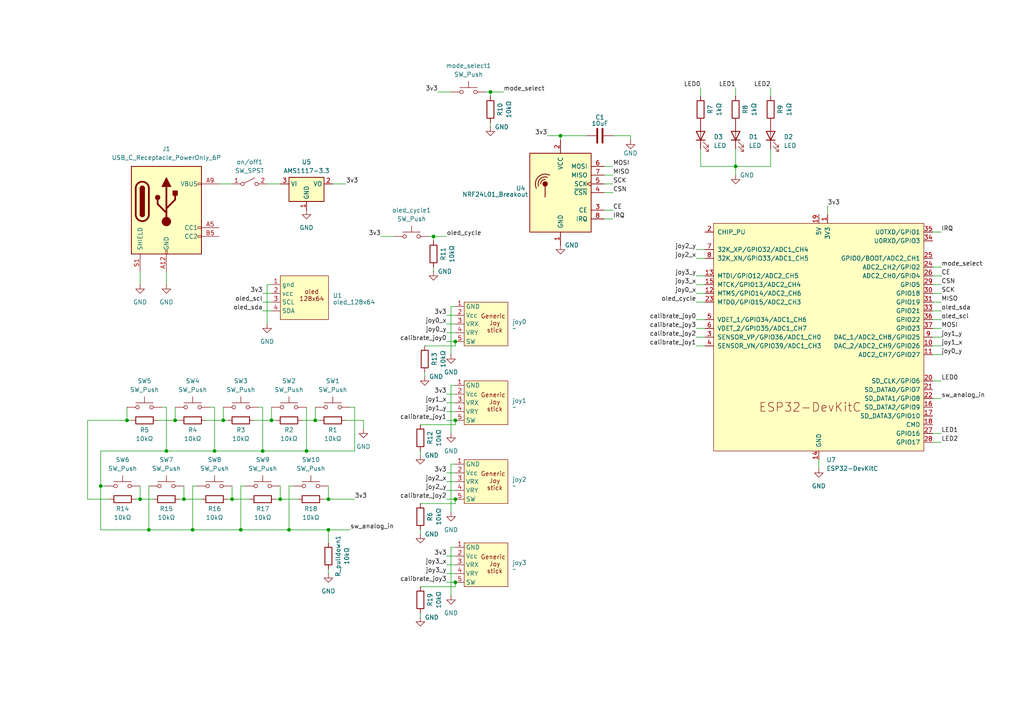
<source format=kicad_sch>
(kicad_sch (version 20231120) (generator "eeschema") (generator_version "8.0")
  (paper "A4")
  (lib_symbols
    (symbol "Connector:USB_C_Receptacle_PowerOnly_6P" (pin_names (offset 1.016))
      (property "Reference" "J" (at 0 16.51 0))
      (property "Value" "USB_C_Receptacle_PowerOnly_6P" (at 0 13.97 0))
      (symbol "USB_C_Receptacle_PowerOnly_6P_0_0"
        (rectangle (start -0.254 -12.7) (end 0.254 -11.684))
        (rectangle (start 10.16 -7.366) (end 9.144 -7.874))
        (rectangle (start 10.16 -4.826) (end 9.144 -5.334))
        (rectangle (start 10.16 7.874) (end 9.144 7.366))
      )
      (symbol "USB_C_Receptacle_PowerOnly_6P_0_1"
        (rectangle (start -10.16 12.7) (end 10.16 -12.7) (stroke (width 0.254)) (fill (type background)))
        (arc (start -8.89 -1.27) (mid -6.985 -3.1667) (end -5.08 -1.27) (stroke (width 0.508)))
        (arc (start -7.62 -1.27) (mid -6.985 -1.9023) (end -6.35 -1.27) (stroke (width 0.254)))
        (arc (start -7.62 -1.27) (mid -6.985 -1.9023) (end -6.35 -1.27) (stroke (width 0.254)) (fill (type outline)))
        (rectangle (start -7.62 -1.27) (end -6.35 6.35) (stroke (width 0.254)) (fill (type outline)))
        (arc (start -6.35 6.35) (mid -6.985 6.9823) (end -7.62 6.35) (stroke (width 0.254)))
        (arc (start -6.35 6.35) (mid -6.985 6.9823) (end -7.62 6.35) (stroke (width 0.254)) (fill (type outline)))
        (arc (start -5.08 6.35) (mid -6.985 8.2467) (end -8.89 6.35) (stroke (width 0.508)))
        (circle (center -2.54 3.683) (radius 0.635) (stroke (width 0.254)) (fill (type outline)))
        (circle (center 0 -3.302) (radius 1.27) (fill (type outline)))
        (polyline (pts (xy -8.89 -1.27) (xy -8.89 6.35)) (stroke (width 0.508)))
        (polyline (pts (xy -5.08 6.35) (xy -5.08 -1.27)) (stroke (width 0.508)))
        (polyline (pts (xy 0 -3.302) (xy 0 6.858)) (stroke (width 0.508)))
        (polyline (pts (xy 0 -0.762) (xy -2.54 1.778) (xy -2.54 3.048)) (stroke (width 0.508)))
        (polyline (pts (xy 0 0.508) (xy 2.54 3.048) (xy 2.54 4.318)) (stroke (width 0.508)))
        (polyline (pts (xy -1.27 6.858) (xy 0 9.398) (xy 1.27 6.858) (xy -1.27 6.858)) (stroke (width 0.254)) (fill (type outline)))
        (rectangle (start 1.905 4.318) (end 3.175 5.588) (stroke (width 0.254)) (fill (type outline)))
      )
      (symbol "USB_C_Receptacle_PowerOnly_6P_1_1"
        (pin passive line (at 0 -17.78 90) (length 5.08) (name "GND") (number "A12"))
        (pin bidirectional line (at 15.24 -5.08 180) (length 5.08) (name "CC1") (number "A5"))
        (pin passive line (at 15.24 7.62 180) (length 5.08) (name "VBUS") (number "A9"))
        (pin passive line (at 0 -17.78 90) (length 5.08) hide (name "GND") (number "B12"))
        (pin bidirectional line (at 15.24 -7.62 180) (length 5.08) (name "CC2") (number "B5"))
        (pin passive line (at 15.24 7.62 180) (length 5.08) hide (name "VBUS") (number "B9"))
        (pin passive line (at -7.62 -17.78 90) (length 5.08) (name "SHIELD") (number "S1"))
      )
    )
    (symbol "Device:C" (pin_numbers hide) (pin_names (offset 0.254))
      (property "Reference" "C" (at 0.635 2.54 0))
      (property "Value" "C" (at 0.635 -2.54 0))
      (symbol "C_0_1"
        (polyline (pts (xy -2.032 -0.762) (xy 2.032 -0.762)) (stroke (width 0.508)))
        (polyline (pts (xy -2.032 0.762) (xy 2.032 0.762)) (stroke (width 0.508)))
      )
      (symbol "C_1_1"
        (pin passive line (at 0 3.81 270) (length 2.794) (name "~") (number "1"))
        (pin passive line (at 0 -3.81 90) (length 2.794) (name "~") (number "2"))
      )
    )
    (symbol "Device:LED" (pin_numbers hide) (pin_names (offset 1.016) hide)
      (property "Reference" "D" (at 0 2.54 0))
      (property "Value" "LED" (at 0 -2.54 0))
      (symbol "LED_0_1"
        (polyline (pts (xy -1.27 -1.27) (xy -1.27 1.27)) (stroke (width 0.254)))
        (polyline (pts (xy -1.27 0) (xy 1.27 0)))
        (polyline (pts (xy 1.27 -1.27) (xy 1.27 1.27) (xy -1.27 0) (xy 1.27 -1.27)) (stroke (width 0.254)))
        (polyline (pts (xy -3.048 -0.762) (xy -4.572 -2.286) (xy -3.81 -2.286) (xy -4.572 -2.286) (xy -4.572 -1.524)))
        (polyline (pts (xy -1.778 -0.762) (xy -3.302 -2.286) (xy -2.54 -2.286) (xy -3.302 -2.286) (xy -3.302 -1.524)))
      )
      (symbol "LED_1_1"
        (pin passive line (at -3.81 0 0) (length 2.54) (name "K") (number "1"))
        (pin passive line (at 3.81 0 180) (length 2.54) (name "A") (number "2"))
      )
    )
    (symbol "Device:R" (pin_numbers hide) (pin_names (offset 0))
      (property "Reference" "R" (at 2.032 0 90))
      (property "Value" "R" (at 0 0 90))
      (symbol "R_0_1"
        (rectangle (start -1.016 -2.54) (end 1.016 2.54) (stroke (width 0.254)))
      )
      (symbol "R_1_1"
        (pin passive line (at 0 3.81 270) (length 1.27) (name "~") (number "1"))
        (pin passive line (at 0 -3.81 90) (length 1.27) (name "~") (number "2"))
      )
    )
    (symbol "PCM_Espressif:ESP32-DevKitC" (pin_names (offset 1.016))
      (property "Reference" "U" (at -30.48 38.1 0))
      (property "Value" "ESP32-DevKitC" (at -30.48 35.56 0))
      (symbol "ESP32-DevKitC_0_0"
        (text "ESP32-DevKitC" (at -2.54 -20.32 0) (effects (font (size 2.54 2.54))))
        (pin power_in line (at 0 -35.56 90) (length 2.54) (name "GND") (number "14"))
        (pin power_in line (at 0 35.56 270) (length 2.54) (name "5V") (number "19"))
      )
      (symbol "ESP32-DevKitC_0_1"
        (rectangle (start -30.48 33.02) (end 30.48 -33.02) (fill (type background)))
      )
      (symbol "ESP32-DevKitC_1_1"
        (pin power_in line (at 2.54 35.56 270) (length 2.54) (name "3V3") (number "1"))
        (pin bidirectional line (at 33.02 -2.54 180) (length 2.54) (name "DAC_2/ADC2_CH9/GPIO26") (number "10"))
        (pin bidirectional line (at 33.02 -5.08 180) (length 2.54) (name "ADC2_CH7/GPIO27") (number "11"))
        (pin bidirectional line (at -33.02 12.7 0) (length 2.54) (name "MTMS/GPIO14/ADC2_CH6") (number "12"))
        (pin bidirectional line (at -33.02 17.78 0) (length 2.54) (name "MTDI/GPIO12/ADC2_CH5") (number "13"))
        (pin bidirectional line (at -33.02 15.24 0) (length 2.54) (name "MTCK/GPIO13/ADC2_CH4") (number "15"))
        (pin bidirectional line (at 33.02 -20.32 180) (length 2.54) (name "SD_DATA2/GPIO9") (number "16"))
        (pin bidirectional line (at 33.02 -22.86 180) (length 2.54) (name "SD_DATA3/GPIO10") (number "17"))
        (pin bidirectional line (at 33.02 -25.4 180) (length 2.54) (name "CMD") (number "18"))
        (pin input line (at -33.02 30.48 0) (length 2.54) (name "CHIP_PU") (number "2"))
        (pin bidirectional line (at 33.02 -12.7 180) (length 2.54) (name "SD_CLK/GPIO6") (number "20"))
        (pin bidirectional line (at 33.02 -15.24 180) (length 2.54) (name "SD_DATA0/GPIO7") (number "21"))
        (pin bidirectional line (at 33.02 -17.78 180) (length 2.54) (name "SD_DATA1/GPIO8") (number "22"))
        (pin bidirectional line (at -33.02 10.16 0) (length 2.54) (name "MTDO/GPIO15/ADC2_CH3") (number "23"))
        (pin bidirectional line (at 33.02 20.32 180) (length 2.54) (name "ADC2_CH2/GPIO2") (number "24"))
        (pin bidirectional line (at 33.02 22.86 180) (length 2.54) (name "GPIO0/BOOT/ADC2_CH1") (number "25"))
        (pin bidirectional line (at 33.02 17.78 180) (length 2.54) (name "ADC2_CH0/GPIO4") (number "26"))
        (pin bidirectional line (at 33.02 -27.94 180) (length 2.54) (name "GPIO16") (number "27"))
        (pin bidirectional line (at 33.02 -30.48 180) (length 2.54) (name "GPIO17") (number "28"))
        (pin bidirectional line (at 33.02 15.24 180) (length 2.54) (name "GPIO5") (number "29"))
        (pin input line (at -33.02 0 0) (length 2.54) (name "SENSOR_VP/GPIO36/ADC1_CH0") (number "3"))
        (pin bidirectional line (at 33.02 12.7 180) (length 2.54) (name "GPIO18") (number "30"))
        (pin bidirectional line (at 33.02 10.16 180) (length 2.54) (name "GPIO19") (number "31"))
        (pin passive line (at 0 -35.56 90) (length 2.54) hide (name "GND") (number "32"))
        (pin bidirectional line (at 33.02 7.62 180) (length 2.54) (name "GPIO21") (number "33"))
        (pin bidirectional line (at 33.02 27.94 180) (length 2.54) (name "U0RXD/GPIO3") (number "34"))
        (pin bidirectional line (at 33.02 30.48 180) (length 2.54) (name "U0TXD/GPIO1") (number "35"))
        (pin bidirectional line (at 33.02 5.08 180) (length 2.54) (name "GPIO22") (number "36"))
        (pin bidirectional line (at 33.02 2.54 180) (length 2.54) (name "GPIO23") (number "37"))
        (pin passive line (at 0 -35.56 90) (length 2.54) hide (name "GND") (number "38"))
        (pin input line (at -33.02 -2.54 0) (length 2.54) (name "SENSOR_VN/GPIO39/ADC1_CH3") (number "4"))
        (pin input line (at -33.02 5.08 0) (length 2.54) (name "VDET_1/GPIO34/ADC1_CH6") (number "5"))
        (pin input line (at -33.02 2.54 0) (length 2.54) (name "VDET_2/GPIO35/ADC1_CH7") (number "6"))
        (pin bidirectional line (at -33.02 25.4 0) (length 2.54) (name "32K_XP/GPIO32/ADC1_CH4") (number "7"))
        (pin bidirectional line (at -33.02 22.86 0) (length 2.54) (name "32K_XN/GPIO33/ADC1_CH5") (number "8"))
        (pin bidirectional line (at 33.02 0 180) (length 2.54) (name "DAC_1/ADC2_CH8/GPIO25") (number "9"))
      )
    )
    (symbol "RF:NRF24L01_Breakout" (pin_names (offset 1.016))
      (property "Reference" "U" (at -8.89 12.7 0))
      (property "Value" "NRF24L01_Breakout" (at 3.81 12.7 0))
      (symbol "NRF24L01_Breakout_0_1"
        (rectangle (start -8.89 11.43) (end 8.89 -11.43) (stroke (width 0.254)) (fill (type background)))
        (polyline (pts (xy 4.445 1.905) (xy 4.445 -1.27)) (stroke (width 0.254)))
        (circle (center 4.445 2.54) (radius 0.635) (stroke (width 0.254)) (fill (type outline)))
        (arc (start 5.715 2.54) (mid 5.3521 3.4546) (end 4.445 3.81) (stroke (width 0.254)))
        (arc (start 6.35 1.905) (mid 5.8763 3.9854) (end 3.81 4.445) (stroke (width 0.254)))
        (arc (start 6.985 1.27) (mid 6.453 4.548) (end 3.175 5.08) (stroke (width 0.254)))
      )
      (symbol "NRF24L01_Breakout_1_1"
        (pin power_in line (at 0 -15.24 90) (length 3.81) (name "GND") (number "1"))
        (pin power_in line (at 0 15.24 270) (length 3.81) (name "VCC") (number "2"))
        (pin input line (at -12.7 -5.08 0) (length 3.81) (name "CE") (number "3"))
        (pin input line (at -12.7 0 0) (length 3.81) (name "~{CSN}") (number "4"))
        (pin input clock (at -12.7 2.54 0) (length 3.81) (name "SCK") (number "5"))
        (pin input line (at -12.7 7.62 0) (length 3.81) (name "MOSI") (number "6"))
        (pin output line (at -12.7 5.08 0) (length 3.81) (name "MISO") (number "7"))
        (pin output line (at -12.7 -7.62 0) (length 3.81) (name "IRQ") (number "8"))
      )
    )
    (symbol "Regulator_Linear:AMS1117-3.3"
      (property "Reference" "U" (at -3.81 3.175 0))
      (property "Value" "AMS1117-3.3" (at 0 3.175 0))
      (symbol "AMS1117-3.3_0_1"
        (rectangle (start -5.08 -5.08) (end 5.08 1.905) (stroke (width 0.254)) (fill (type background)))
      )
      (symbol "AMS1117-3.3_1_1"
        (pin power_in line (at 0 -7.62 90) (length 2.54) (name "GND") (number "1"))
        (pin power_out line (at 7.62 0 180) (length 2.54) (name "VO") (number "2"))
        (pin power_in line (at -7.62 0 0) (length 2.54) (name "VI") (number "3"))
      )
    )
    (symbol "Switch:SW_Push" (pin_numbers hide) (pin_names (offset 1.016) hide)
      (property "Reference" "SW" (at 1.27 2.54 0))
      (property "Value" "SW_Push" (at 0 -1.524 0))
      (symbol "SW_Push_0_1"
        (circle (center -2.032 0) (radius 0.508))
        (polyline (pts (xy 0 1.27) (xy 0 3.048)))
        (polyline (pts (xy 2.54 1.27) (xy -2.54 1.27)))
        (circle (center 2.032 0) (radius 0.508))
        (pin passive line (at -5.08 0 0) (length 2.54) (name "1") (number "1"))
        (pin passive line (at 5.08 0 180) (length 2.54) (name "2") (number "2"))
      )
    )
    (symbol "Switch:SW_SPST" (pin_names (offset 0) hide)
      (property "Reference" "SW" (at 0 3.175 0))
      (property "Value" "SW_SPST" (at 0 -2.54 0))
      (symbol "SW_SPST_0_0"
        (circle (center -2.032 0) (radius 0.508))
        (polyline (pts (xy -1.524 0.254) (xy 1.524 1.778)))
        (circle (center 2.032 0) (radius 0.508))
      )
      (symbol "SW_SPST_1_1"
        (pin passive line (at -5.08 0 0) (length 2.54) (name "A") (number "1"))
        (pin passive line (at 5.08 0 180) (length 2.54) (name "B") (number "2"))
      )
    )
    (symbol "custom_lib:Generic_Joystick"
      (property "Reference" "U" (at 0 0 0))
      (symbol "Generic_Joystick_1_1"
        (rectangle (start 2.54 6.35) (end 15.24 -6.35) (fill (type background)))
        (text "Generic \nJoy\nstick\n" (at 11.43 0.254 0) (effects (font (size 1.27 1.27))))
        (pin power_in line (at 0 5.08 0) (length 2.54) (name "GND") (number "1"))
        (pin power_in line (at 0 2.54 0) (length 2.54) (name "Vcc") (number "2"))
        (pin bidirectional line (at 0 0 0) (length 2.54) (name "VRX") (number "3"))
        (pin bidirectional line (at 0 -2.54 0) (length 2.54) (name "VRY") (number "4"))
        (pin bidirectional line (at 0 -5.08 0) (length 2.54) (name "SW") (number "5"))
      )
    )
    (symbol "custom_lib:oled_display_128x64"
      (property "Reference" "U" (at 0 0 0))
      (symbol "oled_display_128x64_1_1"
        (rectangle (start 2.54 6.35) (end 16.51 -6.35) (fill (type background)))
        (text "oled\n128x64\n" (at 11.684 0.762 0) (effects (font (size 1.27 1.27))))
        (pin power_in line (at 0 3.81 0) (length 2.54) (name "gnd") (number "1"))
        (pin power_in line (at 0 1.27 0) (length 2.54) (name "vcc") (number "2"))
        (pin bidirectional line (at 0 -1.27 0) (length 2.54) (name "SCL") (number "3"))
        (pin bidirectional line (at 0 -3.81 0) (length 2.54) (name "SDA") (number "4"))
      )
    )
    (symbol "power:GND" (power) (pin_numbers hide) (pin_names (offset 0) hide)
      (property "Value" "GND" (at 0 -3.81 0))
      (symbol "GND_0_1"
        (polyline (pts (xy 0 0) (xy 0 -1.27) (xy 1.27 -1.27) (xy 0 -2.54) (xy -1.27 -1.27) (xy 0 -1.27)))
      )
      (symbol "GND_1_1"
        (pin power_in line (at 0 0 270) (length 0) (name "~") (number "1"))
      )
    )
  )
  (junction (at 132.08 99.06))
  (junction (at 95.25 153.67))
  (junction (at 78.74 121.92))
  (junction (at 132.08 168.91))
  (junction (at 40.64 144.78))
  (junction (at 83.82 153.67))
  (junction (at 95.25 144.78))
  (junction (at 91.44 121.92))
  (junction (at 213.36 48.26))
  (junction (at 132.08 121.92))
  (junction (at 50.8 121.92))
  (junction (at 69.85 153.67))
  (junction (at 76.2 130.81))
  (junction (at 48.26 130.81))
  (junction (at 67.31 144.78))
  (junction (at 81.28 144.78))
  (junction (at 29.21 140.97))
  (junction (at 132.08 144.78))
  (junction (at 88.9 130.81))
  (junction (at 53.34 144.78))
  (junction (at 125.73 68.58))
  (junction (at 64.77 121.92))
  (junction (at 142.24 26.67))
  (junction (at 43.18 153.67))
  (junction (at 62.23 130.81))
  (junction (at 162.56 39.37))
  (junction (at 55.88 153.67))
  (junction (at 36.83 121.92))
  (wire (pts (xy 130.81 134.62) (xy 130.81 148.59)))
  (wire (pts (xy 80.01 144.78) (xy 81.28 144.78)))
  (wire (pts (xy 102.87 118.11) (xy 101.6 118.11)))
  (wire (pts (xy 273.05 92.71) (xy 270.51 92.71)))
  (wire (pts (xy 55.88 140.97) (xy 55.88 153.67)))
  (wire (pts (xy 93.98 144.78) (xy 95.25 144.78)))
  (wire (pts (xy 125.73 69.85) (xy 125.73 68.58)))
  (wire (pts (xy 121.92 170.18) (xy 132.08 170.18)))
  (wire (pts (xy 223.52 43.18) (xy 223.52 48.26)))
  (wire (pts (xy 162.56 39.37) (xy 162.56 40.64)))
  (wire (pts (xy 142.24 27.94) (xy 142.24 26.67)))
  (wire (pts (xy 240.03 59.69) (xy 240.03 62.23)))
  (wire (pts (xy 201.93 74.93) (xy 204.47 74.93)))
  (wire (pts (xy 67.31 144.78) (xy 72.39 144.78)))
  (wire (pts (xy 121.92 146.05) (xy 132.08 146.05)))
  (wire (pts (xy 29.21 130.81) (xy 29.21 140.97)))
  (wire (pts (xy 78.74 121.92) (xy 78.74 118.11)))
  (wire (pts (xy 43.18 140.97) (xy 43.18 153.67)))
  (wire (pts (xy 52.07 144.78) (xy 53.34 144.78)))
  (wire (pts (xy 48.26 78.74) (xy 48.26 82.55)))
  (wire (pts (xy 102.87 130.81) (xy 88.9 130.81)))
  (wire (pts (xy 201.93 82.55) (xy 204.47 82.55)))
  (wire (pts (xy 213.36 50.8) (xy 213.36 48.26)))
  (wire (pts (xy 175.26 55.88) (xy 177.8 55.88)))
  (wire (pts (xy 48.26 130.81) (xy 29.21 130.81)))
  (wire (pts (xy 129.54 137.16) (xy 132.08 137.16)))
  (wire (pts (xy 273.05 95.25) (xy 270.51 95.25)))
  (wire (pts (xy 43.18 153.67) (xy 55.88 153.67)))
  (wire (pts (xy 177.8 63.5) (xy 175.26 63.5)))
  (wire (pts (xy 57.15 140.97) (xy 55.88 140.97)))
  (wire (pts (xy 29.21 140.97) (xy 29.21 153.67)))
  (wire (pts (xy 132.08 111.76) (xy 130.81 111.76)))
  (wire (pts (xy 132.08 88.9) (xy 130.81 88.9)))
  (wire (pts (xy 102.87 118.11) (xy 102.87 130.81)))
  (wire (pts (xy 213.36 48.26) (xy 223.52 48.26)))
  (wire (pts (xy 201.93 100.33) (xy 204.47 100.33)))
  (wire (pts (xy 142.24 26.67) (xy 140.97 26.67)))
  (wire (pts (xy 127 26.67) (xy 130.81 26.67)))
  (wire (pts (xy 158.75 39.37) (xy 162.56 39.37)))
  (wire (pts (xy 203.2 43.18) (xy 203.2 48.26)))
  (wire (pts (xy 36.83 121.92) (xy 36.83 118.11)))
  (wire (pts (xy 67.31 144.78) (xy 67.31 140.97)))
  (wire (pts (xy 123.19 100.33) (xy 132.08 100.33)))
  (wire (pts (xy 125.73 68.58) (xy 124.46 68.58)))
  (wire (pts (xy 129.54 96.52) (xy 132.08 96.52)))
  (wire (pts (xy 129.54 99.06) (xy 132.08 99.06)))
  (wire (pts (xy 273.05 102.87) (xy 270.51 102.87)))
  (wire (pts (xy 132.08 100.33) (xy 132.08 99.06)))
  (wire (pts (xy 64.77 121.92) (xy 59.69 121.92)))
  (wire (pts (xy 182.88 40.64) (xy 182.88 39.37)))
  (wire (pts (xy 92.71 121.92) (xy 91.44 121.92)))
  (wire (pts (xy 95.25 166.37) (xy 95.25 165.1)))
  (wire (pts (xy 237.49 135.89) (xy 237.49 133.35)))
  (wire (pts (xy 129.54 142.24) (xy 132.08 142.24)))
  (wire (pts (xy 273.05 100.33) (xy 270.51 100.33)))
  (wire (pts (xy 201.93 97.79) (xy 204.47 97.79)))
  (wire (pts (xy 223.52 27.94) (xy 223.52 25.4)))
  (wire (pts (xy 213.36 43.18) (xy 213.36 48.26)))
  (wire (pts (xy 121.92 179.07) (xy 121.92 177.8)))
  (wire (pts (xy 125.73 78.74) (xy 125.73 77.47)))
  (wire (pts (xy 129.54 114.3) (xy 132.08 114.3)))
  (wire (pts (xy 129.54 116.84) (xy 132.08 116.84)))
  (wire (pts (xy 270.51 82.55) (xy 273.05 82.55)))
  (wire (pts (xy 91.44 121.92) (xy 87.63 121.92)))
  (wire (pts (xy 270.51 110.49) (xy 273.05 110.49)))
  (wire (pts (xy 175.26 60.96) (xy 177.8 60.96)))
  (wire (pts (xy 64.77 121.92) (xy 64.77 118.11)))
  (wire (pts (xy 142.24 36.83) (xy 142.24 35.56)))
  (wire (pts (xy 29.21 140.97) (xy 30.48 140.97)))
  (wire (pts (xy 175.26 50.8) (xy 177.8 50.8)))
  (wire (pts (xy 83.82 140.97) (xy 83.82 153.67)))
  (wire (pts (xy 76.2 118.11) (xy 76.2 130.81)))
  (wire (pts (xy 76.2 85.09) (xy 78.74 85.09)))
  (wire (pts (xy 182.88 39.37) (xy 177.8 39.37)))
  (wire (pts (xy 105.41 121.92) (xy 100.33 121.92)))
  (wire (pts (xy 177.8 48.26) (xy 175.26 48.26)))
  (wire (pts (xy 270.51 87.63) (xy 273.05 87.63)))
  (wire (pts (xy 29.21 153.67) (xy 43.18 153.67)))
  (wire (pts (xy 129.54 93.98) (xy 132.08 93.98)))
  (wire (pts (xy 83.82 153.67) (xy 95.25 153.67)))
  (wire (pts (xy 62.23 130.81) (xy 48.26 130.81)))
  (wire (pts (xy 125.73 68.58) (xy 129.54 68.58)))
  (wire (pts (xy 273.05 90.17) (xy 270.51 90.17)))
  (wire (pts (xy 162.56 39.37) (xy 170.18 39.37)))
  (wire (pts (xy 62.23 118.11) (xy 62.23 130.81)))
  (wire (pts (xy 129.54 166.37) (xy 132.08 166.37)))
  (wire (pts (xy 69.85 140.97) (xy 69.85 153.67)))
  (wire (pts (xy 71.12 140.97) (xy 69.85 140.97)))
  (wire (pts (xy 76.2 130.81) (xy 62.23 130.81)))
  (wire (pts (xy 270.51 125.73) (xy 273.05 125.73)))
  (wire (pts (xy 132.08 146.05) (xy 132.08 144.78)))
  (wire (pts (xy 132.08 123.19) (xy 132.08 121.92)))
  (wire (pts (xy 270.51 80.01) (xy 273.05 80.01)))
  (wire (pts (xy 203.2 27.94) (xy 203.2 25.4)))
  (wire (pts (xy 130.81 88.9) (xy 130.81 102.87)))
  (wire (pts (xy 25.4 144.78) (xy 31.75 144.78)))
  (wire (pts (xy 91.44 121.92) (xy 91.44 118.11)))
  (wire (pts (xy 95.25 144.78) (xy 95.25 140.97)))
  (wire (pts (xy 132.08 170.18) (xy 132.08 168.91)))
  (wire (pts (xy 129.54 144.78) (xy 132.08 144.78)))
  (wire (pts (xy 63.5 53.34) (xy 67.31 53.34)))
  (wire (pts (xy 78.74 121.92) (xy 73.66 121.92)))
  (wire (pts (xy 201.93 72.39) (xy 204.47 72.39)))
  (wire (pts (xy 40.64 82.55) (xy 40.64 78.74)))
  (wire (pts (xy 77.47 93.98) (xy 77.47 82.55)))
  (wire (pts (xy 273.05 97.79) (xy 270.51 97.79)))
  (wire (pts (xy 40.64 144.78) (xy 40.64 140.97)))
  (wire (pts (xy 38.1 121.92) (xy 36.83 121.92)))
  (wire (pts (xy 121.92 154.94) (xy 121.92 153.67)))
  (wire (pts (xy 66.04 144.78) (xy 67.31 144.78)))
  (wire (pts (xy 201.93 80.01) (xy 204.47 80.01)))
  (wire (pts (xy 129.54 121.92) (xy 132.08 121.92)))
  (wire (pts (xy 76.2 87.63) (xy 78.74 87.63)))
  (wire (pts (xy 80.01 121.92) (xy 78.74 121.92)))
  (wire (pts (xy 81.28 144.78) (xy 81.28 140.97)))
  (wire (pts (xy 201.93 87.63) (xy 204.47 87.63)))
  (wire (pts (xy 52.07 121.92) (xy 50.8 121.92)))
  (wire (pts (xy 130.81 158.75) (xy 132.08 158.75)))
  (wire (pts (xy 273.05 77.47) (xy 270.51 77.47)))
  (wire (pts (xy 95.25 144.78) (xy 102.87 144.78)))
  (wire (pts (xy 81.28 144.78) (xy 86.36 144.78)))
  (wire (pts (xy 74.93 118.11) (xy 76.2 118.11)))
  (wire (pts (xy 123.19 109.22) (xy 123.19 107.95)))
  (wire (pts (xy 69.85 153.67) (xy 83.82 153.67)))
  (wire (pts (xy 213.36 27.94) (xy 213.36 25.4)))
  (wire (pts (xy 55.88 153.67) (xy 69.85 153.67)))
  (wire (pts (xy 132.08 134.62) (xy 130.81 134.62)))
  (wire (pts (xy 50.8 121.92) (xy 50.8 118.11)))
  (wire (pts (xy 46.99 118.11) (xy 48.26 118.11)))
  (wire (pts (xy 77.47 82.55) (xy 78.74 82.55)))
  (wire (pts (xy 270.51 85.09) (xy 273.05 85.09)))
  (wire (pts (xy 129.54 139.7) (xy 132.08 139.7)))
  (wire (pts (xy 36.83 121.92) (xy 25.4 121.92)))
  (wire (pts (xy 201.93 85.09) (xy 204.47 85.09)))
  (wire (pts (xy 95.25 153.67) (xy 101.6 153.67)))
  (wire (pts (xy 53.34 144.78) (xy 58.42 144.78)))
  (wire (pts (xy 39.37 144.78) (xy 40.64 144.78)))
  (wire (pts (xy 88.9 118.11) (xy 88.9 130.81)))
  (wire (pts (xy 273.05 67.31) (xy 270.51 67.31)))
  (wire (pts (xy 201.93 92.71) (xy 204.47 92.71)))
  (wire (pts (xy 100.33 53.34) (xy 96.52 53.34)))
  (wire (pts (xy 88.9 130.81) (xy 76.2 130.81)))
  (wire (pts (xy 95.25 153.67) (xy 95.25 157.48)))
  (wire (pts (xy 129.54 168.91) (xy 132.08 168.91)))
  (wire (pts (xy 129.54 161.29) (xy 132.08 161.29)))
  (wire (pts (xy 201.93 95.25) (xy 204.47 95.25)))
  (wire (pts (xy 121.92 123.19) (xy 132.08 123.19)))
  (wire (pts (xy 121.92 132.08) (xy 121.92 130.81)))
  (wire (pts (xy 48.26 118.11) (xy 48.26 130.81)))
  (wire (pts (xy 129.54 119.38) (xy 132.08 119.38)))
  (wire (pts (xy 110.49 68.58) (xy 114.3 68.58)))
  (wire (pts (xy 76.2 90.17) (xy 78.74 90.17)))
  (wire (pts (xy 203.2 48.26) (xy 213.36 48.26)))
  (wire (pts (xy 142.24 26.67) (xy 146.05 26.67)))
  (wire (pts (xy 50.8 121.92) (xy 45.72 121.92)))
  (wire (pts (xy 105.41 121.92) (xy 105.41 124.46)))
  (wire (pts (xy 270.51 115.57) (xy 273.05 115.57)))
  (wire (pts (xy 129.54 163.83) (xy 132.08 163.83)))
  (wire (pts (xy 53.34 144.78) (xy 53.34 140.97)))
  (wire (pts (xy 129.54 91.44) (xy 132.08 91.44)))
  (wire (pts (xy 270.51 128.27) (xy 273.05 128.27)))
  (wire (pts (xy 66.04 121.92) (xy 64.77 121.92)))
  (wire (pts (xy 77.47 53.34) (xy 81.28 53.34)))
  (wire (pts (xy 60.96 118.11) (xy 62.23 118.11)))
  (wire (pts (xy 85.09 140.97) (xy 83.82 140.97)))
  (wire (pts (xy 25.4 121.92) (xy 25.4 144.78)))
  (wire (pts (xy 130.81 158.75) (xy 130.81 172.72)))
  (wire (pts (xy 40.64 144.78) (xy 44.45 144.78)))
  (wire (pts (xy 130.81 111.76) (xy 130.81 125.73)))
  (wire (pts (xy 175.26 53.34) (xy 177.8 53.34)))
  (label "IRQ" (at 273.05 67.31 0))
  (label "sw_analog_in" (at 101.6 153.67 0))
  (label "LED0" (at 203.2 25.4 180))
  (label "calibrate_joy0" (at 129.54 99.06 180))
  (label "mode_select" (at 146.05 26.67 0))
  (label "MISO" (at 273.05 87.63 0))
  (label "joy0_x" (at 201.93 85.09 180))
  (label "3v3" (at 240.03 59.69 0))
  (label "joy2_x" (at 129.54 139.7 180))
  (label "joy1_x" (at 129.54 116.84 180))
  (label "joy3_x" (at 129.54 163.83 180))
  (label "3v3" (at 76.2 85.09 180))
  (label "joy3_y" (at 201.93 80.01 180))
  (label "3v3" (at 127 26.67 180))
  (label "oled_cycle" (at 201.93 87.63 180))
  (label "3v3" (at 129.54 114.3 180))
  (label "joy1_x" (at 273.05 100.33 0))
  (label "joy2_y" (at 129.54 142.24 180))
  (label "LED2" (at 223.52 25.4 180))
  (label "MOSI" (at 177.8 48.26 0))
  (label "joy2_x" (at 201.93 74.93 180))
  (label "3v3" (at 129.54 91.44 180))
  (label "CE" (at 177.8 60.96 0))
  (label "mode_select" (at 273.05 77.47 0))
  (label "calibrate_joy1" (at 201.93 100.33 180))
  (label "oled_cycle" (at 129.54 68.58 0))
  (label "joy1_y" (at 129.54 119.38 180))
  (label "joy1_y" (at 273.05 97.79 0))
  (label "MISO" (at 177.8 50.8 0))
  (label "SCK" (at 273.05 85.09 0))
  (label "3v3" (at 129.54 161.29 180))
  (label "LED2" (at 273.05 128.27 0))
  (label "SCK" (at 177.8 53.34 0))
  (label "calibrate_joy2" (at 129.54 144.78 180))
  (label "CSN" (at 273.05 82.55 0))
  (label "3v3" (at 102.87 144.78 0))
  (label "joy0_y" (at 273.05 102.87 0))
  (label "calibrate_joy3" (at 129.54 168.91 180))
  (label "sw_analog_in" (at 273.05 115.57 0))
  (label "IRQ" (at 177.8 63.5 0))
  (label "LED0" (at 273.05 110.49 0))
  (label "joy3_x" (at 201.93 82.55 180))
  (label "oled_sda" (at 273.05 90.17 0))
  (label "CSN" (at 177.8 55.88 0))
  (label "joy3_y" (at 129.54 166.37 180))
  (label "oled_scl" (at 76.2 87.63 180))
  (label "joy0_y" (at 129.54 96.52 180))
  (label "joy2_y" (at 201.93 72.39 180))
  (label "3v3" (at 100.33 53.34 0))
  (label "calibrate_joy3" (at 201.93 95.25 180))
  (label "calibrate_joy2" (at 201.93 97.79 180))
  (label "oled_sda" (at 76.2 90.17 180))
  (label "calibrate_joy0" (at 201.93 92.71 180))
  (label "3v3" (at 110.49 68.58 180))
  (label "3v3" (at 158.75 39.37 180))
  (label "oled_scl" (at 273.05 92.71 0))
  (label "CE" (at 273.05 80.01 0))
  (label "LED1" (at 273.05 125.73 0))
  (label "3v3" (at 129.54 137.16 180))
  (label "MOSI" (at 273.05 95.25 0))
  (label "calibrate_joy1" (at 129.54 121.92 180))
  (label "joy0_x" (at 129.54 93.98 180))
  (label "LED1" (at 213.36 25.4 180))
  (symbol (lib_id "Device:R") (at 142.24 31.75 0) (unit 1)
    (property "Reference" "R10" (at 145.034 31.75 90))
    (property "Value" "10kΩ" (at 147.574 31.75 90))
    (property "Footprint" "Resistor_SMD:R_0402_1005Metric" (effects (hide yes)))
    (property "Description" "Resistor" (effects (hide yes)))
  )
  (symbol (lib_id "Device:R") (at 96.52 121.92 90) (mirror x) (unit 1)
    (property "Reference" "R1" (at 96.52 124.714 90))
    (property "Value" "10kΩ" (at 96.52 127.254 90))
    (property "Footprint" "Resistor_SMD:R_0402_1005Metric" (effects (hide yes)))
    (property "Description" "Resistor" (effects (hide yes)))
  )
  (symbol (lib_id "power:GND") (at 40.64 82.55 0) (unit 1)
    (property "Reference" "#PWR013" (effects (hide yes)))
    (property "Value" "GND" (at 40.64 87.63 0))
    (property "Description" "Power symbol creates a global label with name \"GND\" , ground" (effects (hide yes)))
  )
  (symbol (lib_id "power:GND") (at 213.36 50.8 0) (unit 1)
    (property "Reference" "#PWR012" (effects (hide yes)))
    (property "Value" "GND" (at 216.662 50.8 0))
    (property "Description" "Power symbol creates a global label with name \"GND\" , ground" (effects (hide yes)))
  )
  (symbol (lib_id "custom_lib:Generic_Joystick") (at 132.08 139.7 0) (unit 1)
    (property "Reference" "joy2" (at 148.59 139.0649 0) (effects (justify left)))
    (property "Value" "~" (at 148.59 140.97 0) (effects (justify left)))
    (property "Footprint" "custom_controller:generic_joystick_footprint" (effects (hide yes)))
  )
  (symbol (lib_id "power:GND") (at 130.81 102.87 0) (unit 1)
    (property "Reference" "#PWR011" (effects (hide yes)))
    (property "Value" "GND" (at 130.81 107.95 0))
    (property "Description" "Power symbol creates a global label with name \"GND\" , ground" (effects (hide yes)))
  )
  (symbol (lib_id "Device:C") (at 173.99 39.37 90) (unit 1)
    (property "Reference" "C1" (at 173.99 34.036 90))
    (property "Value" "10uF" (at 173.99 35.814 90))
    (property "Footprint" "Capacitor_SMD:C_0603_1608Metric" (effects (hide yes)))
    (property "Description" "Unpolarized capacitor, https://robu.in/product/16081106m080ab-smd-multilayer-ceramic-capacitor-10-%c2%b5f-16-v-0603-1608-metric-%c2%b1-20-x5r-c-pack-of-1/" (effects (hide yes)))
  )
  (symbol (lib_id "Device:R") (at 62.23 144.78 270) (unit 1)
    (property "Reference" "R16" (at 62.23 147.574 90))
    (property "Value" "10kΩ" (at 62.23 150.114 90))
    (property "Footprint" "Resistor_SMD:R_0402_1005Metric" (effects (hide yes)))
    (property "Description" "Resistor" (effects (hide yes)))
  )
  (symbol (lib_id "PCM_Espressif:ESP32-DevKitC") (at 237.49 97.79 0) (unit 1)
    (property "Reference" "U7" (at 239.6841 133.35 0) (effects (justify left)))
    (property "Value" "ESP32-DevKitC" (at 239.6841 135.89 0) (effects (justify left)))
    (property "Footprint" "PCM_Espressif:ESP32-DevKitC" (effects (hide yes)))
    (property "Datasheet" "https://docs.espressif.com/projects/esp-idf/zh_CN/latest/esp32/hw-reference/esp32/get-started-devkitc.html" (effects (hide yes)))
    (property "Description" "Development Kit" (effects (hide yes)))
  )
  (symbol (lib_id "power:GND") (at 142.24 36.83 0) (unit 1)
    (property "Reference" "#PWR08" (effects (hide yes)))
    (property "Value" "GND" (at 145.542 36.83 0))
    (property "Description" "Power symbol creates a global label with name \"GND\" , ground" (effects (hide yes)))
  )
  (symbol (lib_id "Device:R") (at 121.92 127 0) (unit 1)
    (property "Reference" "R12" (at 124.714 127 90))
    (property "Value" "10kΩ" (at 127.254 127 90))
    (property "Footprint" "Resistor_SMD:R_0402_1005Metric" (effects (hide yes)))
    (property "Description" "Resistor" (effects (hide yes)))
  )
  (symbol (lib_id "Switch:SW_SPST") (at 72.39 53.34 0) (unit 1)
    (property "Reference" "on/off1" (at 72.39 46.99 0))
    (property "Value" "SW_SPST" (at 72.39 49.53 0))
    (property "Footprint" "Button_Switch_THT:SW_PUSH_1P1T_6x3.5mm_H4.3_APEM_MJTP1243" (effects (hide yes)))
    (property "Description" "Single Pole Single Throw (SPST) switch" (effects (hide yes)))
  )
  (symbol (lib_id "Regulator_Linear:AMS1117-3.3") (at 88.9 53.34 0) (unit 1)
    (property "Reference" "U5" (at 88.9 46.99 0))
    (property "Value" "AMS1117-3.3" (at 88.9 49.53 0))
    (property "Footprint" "Package_TO_SOT_SMD:SOT-223-3_TabPin2" (effects (hide yes)))
    (property "Datasheet" "http://www.advanced-monolithic.com/pdf/ds1117.pdf" (effects (hide yes)))
    (property "Description" "1A Low Dropout regulator, positive, 3.3V fixed output, SOT-223" (effects (hide yes)))
  )
  (symbol (lib_id "Device:LED") (at 213.36 39.37 90) (unit 1)
    (property "Reference" "D1" (at 217.17 39.6874 90) (effects (justify right)))
    (property "Value" "LED" (at 217.17 42.2274 90) (effects (justify right)))
    (property "Footprint" "LED_THT:LED_D3.0mm" (effects (hide yes)))
    (property "Description" "Light emitting diode" (effects (hide yes)))
  )
  (symbol (lib_id "Device:R") (at 90.17 144.78 270) (unit 1)
    (property "Reference" "R18" (at 90.17 147.574 90))
    (property "Value" "10kΩ" (at 90.17 150.114 90))
    (property "Footprint" "Resistor_SMD:R_0402_1005Metric" (effects (hide yes)))
    (property "Description" "Resistor" (effects (hide yes)))
  )
  (symbol (lib_id "custom_lib:oled_display_128x64") (at 78.74 86.36 0) (unit 1)
    (property "Reference" "U1" (at 96.52 85.7249 0) (effects (justify left)))
    (property "Value" "oled_128x64" (at 96.52 87.63 0) (effects (justify left)))
    (property "Footprint" "custom_controller:oled_128x64" (effects (hide yes)))
    (property "Description" "https://robu.in/product/rs16-1-8-15vp-d-1-pole-8-position-plastic-rotary-switch15mm-d-shaft/" (effects (hide yes)))
  )
  (symbol (lib_id "power:GND") (at 121.92 154.94 0) (unit 1)
    (property "Reference" "#PWR017" (effects (hide yes)))
    (property "Value" "GND" (at 125.222 154.94 0))
    (property "Description" "Power symbol creates a global label with name \"GND\" , ground" (effects (hide yes)))
  )
  (symbol (lib_id "Switch:SW_Push") (at 83.82 118.11 0) (mirror y) (unit 1)
    (property "Reference" "SW2" (at 83.82 110.49 0))
    (property "Value" "SW_Push" (at 83.82 113.03 0))
    (property "Footprint" "Button_Switch_THT:SW_PUSH_6mm" (effects (hide yes)))
    (property "Description" "Push button switch, generic, two pins" (effects (hide yes)))
  )
  (symbol (lib_id "Device:R") (at 41.91 121.92 90) (mirror x) (unit 1)
    (property "Reference" "R5" (at 41.91 124.714 90))
    (property "Value" "10kΩ" (at 41.91 127.254 90))
    (property "Footprint" "Resistor_SMD:R_0402_1005Metric" (effects (hide yes)))
    (property "Description" "Resistor" (effects (hide yes)))
  )
  (symbol (lib_id "Switch:SW_Push") (at 48.26 140.97 0) (unit 1)
    (property "Reference" "SW7" (at 48.26 133.35 0))
    (property "Value" "SW_Push" (at 48.26 135.89 0))
    (property "Footprint" "Button_Switch_THT:SW_PUSH_6mm" (effects (hide yes)))
    (property "Description" "Push button switch, generic, two pins" (effects (hide yes)))
  )
  (symbol (lib_id "Device:LED") (at 223.52 39.37 90) (unit 1)
    (property "Reference" "D2" (at 227.33 39.6874 90) (effects (justify right)))
    (property "Value" "LED" (at 227.33 42.2274 90) (effects (justify right)))
    (property "Footprint" "LED_THT:LED_D3.0mm" (effects (hide yes)))
    (property "Description" "Light emitting diode" (effects (hide yes)))
  )
  (symbol (lib_id "power:GND") (at 125.73 78.74 0) (unit 1)
    (property "Reference" "#PWR05" (effects (hide yes)))
    (property "Value" "GND" (at 129.032 78.74 0))
    (property "Description" "Power symbol creates a global label with name \"GND\" , ground" (effects (hide yes)))
  )
  (symbol (lib_id "Device:R") (at 123.19 104.14 0) (unit 1)
    (property "Reference" "R13" (at 125.984 104.14 90))
    (property "Value" "10kΩ" (at 128.524 104.14 90))
    (property "Footprint" "Resistor_SMD:R_0402_1005Metric" (effects (hide yes)))
    (property "Description" "Resistor" (effects (hide yes)))
  )
  (symbol (lib_id "Switch:SW_Push") (at 90.17 140.97 0) (unit 1)
    (property "Reference" "SW10" (at 90.17 133.35 0))
    (property "Value" "SW_Push" (at 90.17 135.89 0))
    (property "Footprint" "Button_Switch_THT:SW_PUSH_6mm" (effects (hide yes)))
    (property "Description" "Push button switch, generic, two pins" (effects (hide yes)))
  )
  (symbol (lib_id "Switch:SW_Push") (at 96.52 118.11 0) (mirror y) (unit 1)
    (property "Reference" "SW1" (at 96.52 110.49 0))
    (property "Value" "SW_Push" (at 96.52 113.03 0))
    (property "Footprint" "Button_Switch_THT:SW_PUSH_6mm" (effects (hide yes)))
    (property "Description" "Push button switch, generic, two pins" (effects (hide yes)))
  )
  (symbol (lib_id "power:GND") (at 130.81 125.73 0) (unit 1)
    (property "Reference" "#PWR04" (effects (hide yes)))
    (property "Value" "GND" (at 130.81 130.81 0))
    (property "Description" "Power symbol creates a global label with name \"GND\" , ground" (effects (hide yes)))
  )
  (symbol (lib_id "Device:R") (at 213.36 31.75 0) (unit 1)
    (property "Reference" "R8" (at 216.154 31.75 90))
    (property "Value" "1kΩ" (at 218.694 31.75 90))
    (property "Footprint" "Resistor_SMD:R_0402_1005Metric" (effects (hide yes)))
    (property "Description" "Resistor" (effects (hide yes)))
  )
  (symbol (lib_id "Switch:SW_Push") (at 41.91 118.11 0) (mirror y) (unit 1)
    (property "Reference" "SW5" (at 41.91 110.49 0))
    (property "Value" "SW_Push" (at 41.91 113.03 0))
    (property "Footprint" "Button_Switch_THT:SW_PUSH_6mm" (effects (hide yes)))
    (property "Description" "Push button switch, generic, two pins" (effects (hide yes)))
  )
  (symbol (lib_id "Switch:SW_Push") (at 76.2 140.97 0) (unit 1)
    (property "Reference" "SW9" (at 76.2 133.35 0))
    (property "Value" "SW_Push" (at 76.2 135.89 0))
    (property "Footprint" "Button_Switch_THT:SW_PUSH_6mm" (effects (hide yes)))
    (property "Description" "Push button switch, generic, two pins" (effects (hide yes)))
  )
  (symbol (lib_id "Device:R") (at 83.82 121.92 90) (mirror x) (unit 1)
    (property "Reference" "R2" (at 83.82 124.714 90))
    (property "Value" "10kΩ" (at 83.82 127.254 90))
    (property "Footprint" "Resistor_SMD:R_0402_1005Metric" (effects (hide yes)))
    (property "Description" "Resistor" (effects (hide yes)))
  )
  (symbol (lib_id "power:GND") (at 95.25 166.37 0) (unit 1)
    (property "Reference" "#PWR014" (effects (hide yes)))
    (property "Value" "GND" (at 95.25 171.45 0))
    (property "Description" "Power symbol creates a global label with name \"GND\" , ground" (effects (hide yes)))
  )
  (symbol (lib_id "custom_lib:Generic_Joystick") (at 132.08 163.83 0) (unit 1)
    (property "Reference" "joy3" (at 148.59 163.1949 0) (effects (justify left)))
    (property "Value" "~" (at 148.59 165.1 0) (effects (justify left)))
    (property "Footprint" "custom_controller:generic_joystick_footprint" (effects (hide yes)))
  )
  (symbol (lib_id "power:GND") (at 77.47 93.98 0) (unit 1)
    (property "Reference" "#PWR09" (effects (hide yes)))
    (property "Value" "GND" (at 77.47 99.06 0))
    (property "Description" "Power symbol creates a global label with name \"GND\" , ground" (effects (hide yes)))
  )
  (symbol (lib_id "power:GND") (at 130.81 148.59 0) (unit 1)
    (property "Reference" "#PWR018" (effects (hide yes)))
    (property "Value" "GND" (at 130.81 153.67 0))
    (property "Description" "Power symbol creates a global label with name \"GND\" , ground" (effects (hide yes)))
  )
  (symbol (lib_id "RF:NRF24L01_Breakout") (at 162.56 55.88 0) (mirror y) (unit 1)
    (property "Reference" "U4" (at 152.4 54.6099 0) (effects (justify left)))
    (property "Value" "NRF24L01_Breakout" (at 153.162 56.388 0) (effects (justify left)))
    (property "Footprint" "custom_controller:custom_nrf_controller" (effects (hide yes)))
    (property "Datasheet" "http://www.nordicsemi.com/eng/content/download/2730/34105/file/nRF24L01_Product_Specification_v2_0.pdf" (effects (hide yes)))
    (property "Description" "Ultra low power 2.4GHz RF Transceiver, Carrier PCB" (effects (hide yes)))
  )
  (symbol (lib_id "Device:R") (at 121.92 149.86 0) (unit 1)
    (property "Reference" "R6" (at 124.714 149.86 90))
    (property "Value" "10kΩ" (at 127.254 149.86 90))
    (property "Footprint" "Resistor_SMD:R_0402_1005Metric" (effects (hide yes)))
    (property "Description" "Resistor" (effects (hide yes)))
  )
  (symbol (lib_id "power:GND") (at 123.19 109.22 0) (unit 1)
    (property "Reference" "#PWR015" (effects (hide yes)))
    (property "Value" "GND" (at 126.492 109.22 0))
    (property "Description" "Power symbol creates a global label with name \"GND\" , ground" (effects (hide yes)))
  )
  (symbol (lib_id "Switch:SW_Push") (at 55.88 118.11 0) (mirror y) (unit 1)
    (property "Reference" "SW4" (at 55.88 110.49 0))
    (property "Value" "SW_Push" (at 55.88 113.03 0))
    (property "Footprint" "Button_Switch_THT:SW_PUSH_6mm" (effects (hide yes)))
    (property "Description" "Push button switch, generic, two pins" (effects (hide yes)))
  )
  (symbol (lib_id "Switch:SW_Push") (at 135.89 26.67 0) (unit 1)
    (property "Reference" "mode_select1" (at 135.89 19.05 0))
    (property "Value" "SW_Push" (at 135.89 21.59 0))
    (property "Footprint" "Button_Switch_THT:SW_PUSH_6mm" (effects (hide yes)))
    (property "Description" "Push button switch, generic, two pins" (effects (hide yes)))
  )
  (symbol (lib_id "custom_lib:Generic_Joystick") (at 132.08 93.98 0) (unit 1)
    (property "Reference" "joy0" (at 148.59 93.3449 0) (effects (justify left)))
    (property "Value" "~" (at 148.59 95.25 0) (effects (justify left)))
    (property "Footprint" "custom_controller:generic_joystick_footprint" (effects (hide yes)))
  )
  (symbol (lib_id "Device:R") (at 48.26 144.78 270) (unit 1)
    (property "Reference" "R15" (at 48.26 147.574 90))
    (property "Value" "10kΩ" (at 48.26 150.114 90))
    (property "Footprint" "Resistor_SMD:R_0402_1005Metric" (effects (hide yes)))
    (property "Description" "Resistor" (effects (hide yes)))
  )
  (symbol (lib_id "power:GND") (at 130.81 172.72 0) (unit 1)
    (property "Reference" "#PWR020" (effects (hide yes)))
    (property "Value" "GND" (at 130.81 177.8 0))
    (property "Description" "Power symbol creates a global label with name \"GND\" , ground" (effects (hide yes)))
  )
  (symbol (lib_id "power:GND") (at 105.41 124.46 0) (mirror y) (unit 1)
    (property "Reference" "#PWR07" (effects (hide yes)))
    (property "Value" "GND" (at 105.41 129.54 0))
    (property "Description" "Power symbol creates a global label with name \"GND\" , ground" (effects (hide yes)))
  )
  (symbol (lib_id "power:GND") (at 48.26 82.55 0) (unit 1)
    (property "Reference" "#PWR010" (effects (hide yes)))
    (property "Value" "GND" (at 48.26 87.63 0))
    (property "Description" "Power symbol creates a global label with name \"GND\" , ground" (effects (hide yes)))
  )
  (symbol (lib_id "Connector:USB_C_Receptacle_PowerOnly_6P") (at 48.26 60.96 0) (unit 1)
    (property "Reference" "J1" (at 48.26 43.18 0))
    (property "Value" "USB_C_Receptacle_PowerOnly_6P" (at 48.26 45.72 0))
    (property "Footprint" "Connector_USB:USB_C_Receptacle_GCT_USB4125-xx-x_6P_TopMnt_Horizontal" (effects (hide yes)))
    (property "Datasheet" "https://www.usb.org/sites/default/files/documents/usb_type-c.zip" (effects (hide yes)))
    (property "Description" "USB Power-Only 6P Type-C Receptacle connector. robu.in link: https://robu.in/product/usb-3-1-type-c-6-pin-for-power-charging-reversible-connector-pack-of-5/" (effects (hide yes)))
  )
  (symbol (lib_id "Switch:SW_Push") (at 119.38 68.58 0) (unit 1)
    (property "Reference" "oled_cycle1" (at 119.38 60.96 0))
    (property "Value" "SW_Push" (at 119.38 63.5 0))
    (property "Footprint" "Button_Switch_THT:SW_PUSH_6mm" (effects (hide yes)))
    (property "Description" "Push button switch, generic, two pins" (effects (hide yes)))
  )
  (symbol (lib_id "power:GND") (at 237.49 135.89 0) (unit 1)
    (property "Reference" "#PWR06" (effects (hide yes)))
    (property "Value" "GND" (at 237.49 140.97 0))
    (property "Description" "Power symbol creates a global label with name \"GND\" , ground" (effects (hide yes)))
  )
  (symbol (lib_id "Device:R") (at 203.2 31.75 0) (unit 1)
    (property "Reference" "R7" (at 205.994 31.75 90))
    (property "Value" "1kΩ" (at 208.534 31.75 90))
    (property "Footprint" "Resistor_SMD:R_0402_1005Metric" (effects (hide yes)))
    (property "Description" "Resistor" (effects (hide yes)))
  )
  (symbol (lib_id "Switch:SW_Push") (at 69.85 118.11 0) (mirror y) (unit 1)
    (property "Reference" "SW3" (at 69.85 110.49 0))
    (property "Value" "SW_Push" (at 69.85 113.03 0))
    (property "Footprint" "Button_Switch_THT:SW_PUSH_6mm" (effects (hide yes)))
    (property "Description" "Push button switch, generic, two pins" (effects (hide yes)))
  )
  (symbol (lib_id "Device:R") (at 35.56 144.78 270) (unit 1)
    (property "Reference" "R14" (at 35.56 147.574 90))
    (property "Value" "10kΩ" (at 35.56 150.114 90))
    (property "Footprint" "Resistor_SMD:R_0402_1005Metric" (effects (hide yes)))
    (property "Description" "Resistor" (effects (hide yes)))
  )
  (symbol (lib_id "Switch:SW_Push") (at 35.56 140.97 0) (unit 1)
    (property "Reference" "SW6" (at 35.56 133.35 0))
    (property "Value" "SW_Push" (at 35.56 135.89 0))
    (property "Footprint" "Button_Switch_THT:SW_PUSH_6mm" (effects (hide yes)))
    (property "Description" "Push button switch, generic, two pins" (effects (hide yes)))
  )
  (symbol (lib_id "Device:R") (at 55.88 121.92 90) (mirror x) (unit 1)
    (property "Reference" "R4" (at 55.88 124.714 90))
    (property "Value" "10kΩ" (at 55.88 127.254 90))
    (property "Footprint" "Resistor_SMD:R_0402_1005Metric" (effects (hide yes)))
    (property "Description" "Resistor" (effects (hide yes)))
  )
  (symbol (lib_id "Device:R") (at 76.2 144.78 270) (unit 1)
    (property "Reference" "R17" (at 76.2 147.574 90))
    (property "Value" "10kΩ" (at 76.2 150.114 90))
    (property "Footprint" "Resistor_SMD:R_0402_1005Metric" (effects (hide yes)))
    (property "Description" "Resistor" (effects (hide yes)))
  )
  (symbol (lib_id "Device:R") (at 121.92 173.99 0) (unit 1)
    (property "Reference" "R19" (at 124.714 173.99 90))
    (property "Value" "10kΩ" (at 127.254 173.99 90))
    (property "Footprint" "Resistor_SMD:R_0402_1005Metric" (effects (hide yes)))
    (property "Description" "Resistor" (effects (hide yes)))
  )
  (symbol (lib_id "Switch:SW_Push") (at 62.23 140.97 0) (unit 1)
    (property "Reference" "SW8" (at 62.23 133.35 0))
    (property "Value" "SW_Push" (at 62.23 135.89 0))
    (property "Footprint" "Button_Switch_THT:SW_PUSH_6mm" (effects (hide yes)))
    (property "Description" "Push button switch, generic, two pins" (effects (hide yes)))
  )
  (symbol (lib_id "Device:LED") (at 203.2 39.37 90) (unit 1)
    (property "Reference" "D3" (at 207.01 39.6874 90) (effects (justify right)))
    (property "Value" "LED" (at 207.01 42.2274 90) (effects (justify right)))
    (property "Footprint" "LED_THT:LED_D3.0mm" (effects (hide yes)))
    (property "Description" "Light emitting diode" (effects (hide yes)))
  )
  (symbol (lib_id "Device:R") (at 95.25 161.29 0) (unit 1)
    (property "Reference" "R_pulldown1" (at 98.044 161.29 90))
    (property "Value" "10kΩ" (at 100.584 161.29 90))
    (property "Footprint" "Resistor_SMD:R_0402_1005Metric" (effects (hide yes)))
    (property "Description" "Resistor" (effects (hide yes)))
  )
  (symbol (lib_id "Device:R") (at 69.85 121.92 90) (mirror x) (unit 1)
    (property "Reference" "R3" (at 69.85 124.714 90))
    (property "Value" "10kΩ" (at 69.85 127.254 90))
    (property "Footprint" "Resistor_SMD:R_0402_1005Metric" (effects (hide yes)))
    (property "Description" "Resistor" (effects (hide yes)))
  )
  (symbol (lib_id "power:GND") (at 121.92 179.07 0) (unit 1)
    (property "Reference" "#PWR019" (effects (hide yes)))
    (property "Value" "GND" (at 125.222 179.07 0))
    (property "Description" "Power symbol creates a global label with name \"GND\" , ground" (effects (hide yes)))
  )
  (symbol (lib_id "Device:R") (at 125.73 73.66 0) (unit 1)
    (property "Reference" "R11" (at 128.524 73.66 90))
    (property "Value" "10kΩ" (at 131.064 73.66 90))
    (property "Footprint" "Resistor_SMD:R_0402_1005Metric" (effects (hide yes)))
    (property "Description" "Resistor" (effects (hide yes)))
  )
  (symbol (lib_id "power:GND") (at 121.92 132.08 0) (unit 1)
    (property "Reference" "#PWR016" (effects (hide yes)))
    (property "Value" "GND" (at 125.222 132.08 0))
    (property "Description" "Power symbol creates a global label with name \"GND\" , ground" (effects (hide yes)))
  )
  (symbol (lib_id "Device:R") (at 223.52 31.75 0) (unit 1)
    (property "Reference" "R9" (at 226.314 31.75 90))
    (property "Value" "1kΩ" (at 228.854 31.75 90))
    (property "Footprint" "Resistor_SMD:R_0402_1005Metric" (effects (hide yes)))
    (property "Description" "Resistor" (effects (hide yes)))
  )
  (symbol (lib_id "power:GND") (at 88.9 60.96 0) (unit 1)
    (property "Reference" "#PWR01" (effects (hide yes)))
    (property "Value" "GND" (at 88.9 66.04 0))
    (property "Description" "Power symbol creates a global label with name \"GND\" , ground" (effects (hide yes)))
  )
  (symbol (lib_id "power:GND") (at 182.88 40.64 0) (unit 1)
    (property "Reference" "#PWR03" (effects (hide yes)))
    (property "Value" "GND" (at 182.88 44.45 0))
    (property "Description" "Power symbol creates a global label with name \"GND\" , ground" (effects (hide yes)))
  )
  (symbol (lib_id "custom_lib:Generic_Joystick") (at 132.08 116.84 0) (unit 1)
    (property "Reference" "joy1" (at 148.59 116.2049 0) (effects (justify left)))
    (property "Value" "~" (at 148.59 118.11 0) (effects (justify left)))
    (property "Footprint" "custom_controller:generic_joystick_footprint" (effects (hide yes)))
  )
  (symbol (lib_id "power:GND") (at 162.56 71.12 0) (unit 1)
    (property "Reference" "#PWR02" (effects (hide yes)))
    (property "Value" "GND" (at 165.862 71.12 0))
    (property "Description" "Power symbol creates a global label with name \"GND\" , ground" (effects (hide yes)))
  )
)
</source>
